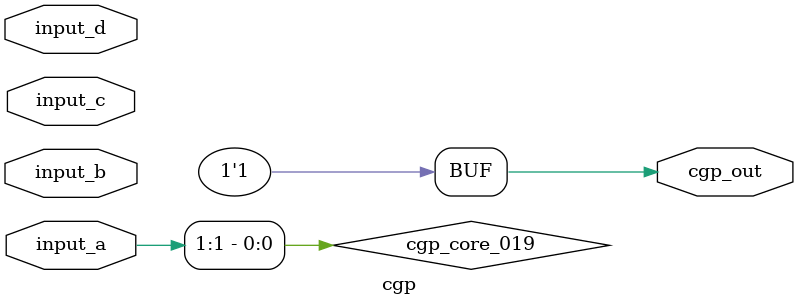
<source format=v>
module cgp(input [2:0] input_a, input [2:0] input_b, input [2:0] input_c, input [2:0] input_d, output [0:0] cgp_out);
  wire cgp_core_014;
  wire cgp_core_018;
  wire cgp_core_019;
  wire cgp_core_022;
  wire cgp_core_023;
  wire cgp_core_024;
  wire cgp_core_025;
  wire cgp_core_028;
  wire cgp_core_030;
  wire cgp_core_033_not;
  wire cgp_core_034;
  wire cgp_core_035;
  wire cgp_core_036;
  wire cgp_core_037;
  wire cgp_core_038;
  wire cgp_core_040;
  wire cgp_core_042;
  wire cgp_core_044;
  wire cgp_core_045;
  wire cgp_core_047;
  wire cgp_core_048;
  wire cgp_core_049_not;
  wire cgp_core_050;
  wire cgp_core_052;
  wire cgp_core_053;
  wire cgp_core_054;
  wire cgp_core_059;

  assign cgp_core_014 = input_b[1] ^ input_d[1];
  assign cgp_core_018 = input_d[2] ^ input_c[0];
  assign cgp_core_019 = input_a[1] & input_a[1];
  assign cgp_core_022 = ~input_d[0];
  assign cgp_core_023 = input_c[1] ^ input_d[1];
  assign cgp_core_024 = ~(input_b[2] & input_c[2]);
  assign cgp_core_025 = cgp_core_022 & cgp_core_024;
  assign cgp_core_028 = ~(input_c[1] | input_d[2]);
  assign cgp_core_030 = input_b[2] ^ input_b[2];
  assign cgp_core_033_not = ~input_a[2];
  assign cgp_core_034 = input_c[2] ^ input_d[2];
  assign cgp_core_035 = input_a[2] ^ input_a[2];
  assign cgp_core_036 = input_c[1] & input_c[0];
  assign cgp_core_037 = ~cgp_core_034;
  assign cgp_core_038 = ~cgp_core_037;
  assign cgp_core_040 = input_a[1] & input_b[2];
  assign cgp_core_042 = ~cgp_core_023;
  assign cgp_core_044 = ~(cgp_core_023 ^ input_b[2]);
  assign cgp_core_045 = input_a[2] ^ input_d[0];
  assign cgp_core_047 = input_b[0] & input_a[1];
  assign cgp_core_048 = ~(input_b[0] & input_c[2]);
  assign cgp_core_049_not = ~input_c[0];
  assign cgp_core_050 = ~(input_c[1] & input_d[2]);
  assign cgp_core_052 = input_a[1] & input_b[2];
  assign cgp_core_053 = ~(input_b[1] ^ cgp_core_050);
  assign cgp_core_054 = ~(cgp_core_014 ^ input_c[2]);
  assign cgp_core_059 = input_b[1] | input_d[2];

  assign cgp_out[0] = 1'b1;
endmodule
</source>
